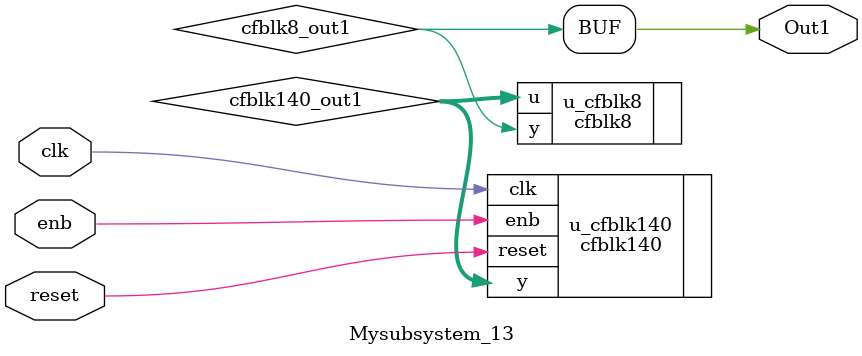
<source format=v>



`timescale 1 ns / 1 ns

module Mysubsystem_13
          (clk,
           reset,
           enb,
           Out1);


  input   clk;
  input   reset;
  input   enb;
  output  Out1;


  wire [15:0] cfblk140_out1;  // uint16
  wire cfblk8_out1;


  cfblk140 u_cfblk140 (.clk(clk),
                       .reset(reset),
                       .enb(enb),
                       .y(cfblk140_out1)  // uint16
                       );

  cfblk8 u_cfblk8 (.u(cfblk140_out1),  // uint16
                   .y(cfblk8_out1)
                   );

  assign Out1 = cfblk8_out1;

endmodule  // Mysubsystem_13


</source>
